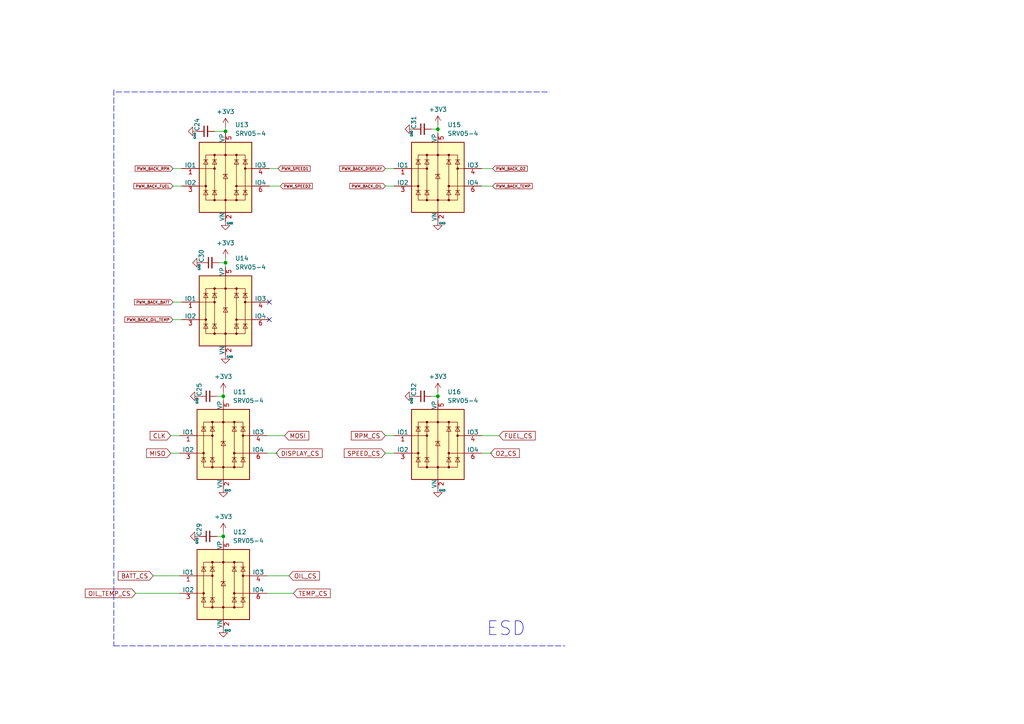
<source format=kicad_sch>
(kicad_sch (version 20211123) (generator eeschema)
  (paper "A4")
  (title_block (title "DashDash Mainboard") (date "2022-07-18") (rev "v2.0.0") (company "Churrosoft"))
  (lib_symbols
    (symbol "Device:C_Small" (pin_numbers hide) (pin_names (offset 0.254) hide)
      (property "Reference" "C" (at 0.254 1.778 0))
      (property "Value" "C_Small" (at 0.254 -2.032 0))
      (symbol "C_Small_0_1"
        (polyline (pts (xy -1.524 -0.508) (xy 1.524 -0.508)) (stroke (width 0.3302)))
        (polyline (pts (xy -1.524 0.508) (xy 1.524 0.508)) (stroke (width 0.3048)))
      )
      (symbol "C_Small_1_1"
        (pin passive line (at 0 2.54 270) (length 2.032) (name "~") (number "1"))
        (pin passive line (at 0 -2.54 90) (length 2.032) (name "~") (number "2"))
      )
    )
    (symbol "Power_Protection:SRV05-4" (pin_names (offset 0))
      (property "Reference" "U" (at -5.08 11.43 0))
      (property "Value" "SRV05-4" (at 2.54 11.43 0))
      (symbol "SRV05-4_0_0"
        (rectangle (start -5.715 6.477) (end 5.715 -6.604))
        (polyline (pts (xy -3.175 -6.604) (xy -3.175 6.477)))
        (polyline (pts (xy 3.175 6.477) (xy 3.175 -6.604)))
      )
      (symbol "SRV05-4_0_1"
        (rectangle (start -7.62 10.16) (end 7.62 -10.16) (stroke (width 0.254)) (fill (type background)))
        (circle (center -5.715 -2.54) (radius 0.2794) (fill (type outline)))
        (circle (center -3.175 -6.604) (radius 0.2794) (fill (type outline)))
        (circle (center -3.175 2.54) (radius 0.2794) (fill (type outline)))
        (circle (center -3.175 6.477) (radius 0.2794) (fill (type outline)))
        (circle (center 0 -6.604) (radius 0.2794) (fill (type outline)))
        (polyline (pts (xy -7.747 2.54) (xy -3.175 2.54)))
        (polyline (pts (xy -7.62 -2.54) (xy -5.715 -2.54)))
        (polyline (pts (xy -5.08 -3.81) (xy -6.35 -3.81)))
        (polyline (pts (xy -5.08 5.08) (xy -6.35 5.08)))
        (polyline (pts (xy -2.54 -3.81) (xy -3.81 -3.81)))
        (polyline (pts (xy -2.54 5.08) (xy -3.81 5.08)))
        (polyline (pts (xy 0 10.16) (xy 0 -10.16)))
        (polyline (pts (xy 3.81 -3.81) (xy 2.54 -3.81)))
        (polyline (pts (xy 3.81 5.08) (xy 2.54 5.08)))
        (polyline (pts (xy 6.35 -3.81) (xy 5.08 -3.81)))
        (polyline (pts (xy 6.35 5.08) (xy 5.08 5.08)))
        (polyline (pts (xy 7.62 -2.54) (xy 3.175 -2.54)))
        (polyline (pts (xy 7.62 2.54) (xy 5.715 2.54)))
        (polyline (pts (xy 0.635 0.889) (xy -0.635 0.889) (xy -0.635 0.635)))
        (polyline (pts (xy -5.08 -5.08) (xy -6.35 -5.08) (xy -5.715 -3.81) (xy -5.08 -5.08)))
        (polyline (pts (xy -5.08 3.81) (xy -6.35 3.81) (xy -5.715 5.08) (xy -5.08 3.81)))
        (polyline (pts (xy -2.54 -5.08) (xy -3.81 -5.08) (xy -3.175 -3.81) (xy -2.54 -5.08)))
        (polyline (pts (xy -2.54 3.81) (xy -3.81 3.81) (xy -3.175 5.08) (xy -2.54 3.81)))
        (polyline (pts (xy 0.635 -0.381) (xy -0.635 -0.381) (xy 0 0.889) (xy 0.635 -0.381)))
        (polyline (pts (xy 3.81 -5.08) (xy 2.54 -5.08) (xy 3.175 -3.81) (xy 3.81 -5.08)))
        (polyline (pts (xy 3.81 3.81) (xy 2.54 3.81) (xy 3.175 5.08) (xy 3.81 3.81)))
        (polyline (pts (xy 6.35 -5.08) (xy 5.08 -5.08) (xy 5.715 -3.81) (xy 6.35 -5.08)))
        (polyline (pts (xy 6.35 3.81) (xy 5.08 3.81) (xy 5.715 5.08) (xy 6.35 3.81)))
        (circle (center 0 6.477) (radius 0.2794) (fill (type outline)))
        (circle (center 3.175 -6.604) (radius 0.2794) (fill (type outline)))
        (circle (center 3.175 -2.54) (radius 0.2794) (fill (type outline)))
        (circle (center 3.175 6.477) (radius 0.2794) (fill (type outline)))
        (circle (center 5.715 2.54) (radius 0.2794) (fill (type outline)))
      )
      (symbol "SRV05-4_1_1"
        (pin passive line (at -12.7 2.54 0) (length 5.08) (name "IO1") (number "1"))
        (pin passive line (at 0 -12.7 90) (length 2.54) (name "VN") (number "2"))
        (pin passive line (at -12.7 -2.54 0) (length 5.08) (name "IO2") (number "3"))
        (pin passive line (at 12.7 2.54 180) (length 5.08) (name "IO3") (number "4"))
        (pin passive line (at 0 12.7 270) (length 2.54) (name "VP") (number "5"))
        (pin passive line (at 12.7 -2.54 180) (length 5.08) (name "IO4") (number "6"))
      )
    )
    (symbol "power:+3V3" (power) (pin_names (offset 0))
      (property "Value" "+3V3" (at 0 3.556 0))
      (symbol "+3V3_0_1"
        (polyline (pts (xy -0.762 1.27) (xy 0 2.54)))
        (polyline (pts (xy 0 0) (xy 0 2.54)))
        (polyline (pts (xy 0 2.54) (xy 0.762 1.27)))
      )
      (symbol "+3V3_1_1"
        (pin power_in line (at 0 0 90) (length 0) hide (name "+3V3") (number "1"))
      )
    )
    (symbol "power:GND" (power) (pin_names (offset 0))
      (property "Value" "GND" (at 0 -3.81 0))
      (symbol "GND_0_1"
        (polyline (pts (xy 0 0) (xy 0 -1.27) (xy 1.27 -1.27) (xy 0 -2.54) (xy -1.27 -1.27) (xy 0 -1.27)))
      )
      (symbol "GND_1_1"
        (pin power_in line (at 0 0 270) (length 0) hide (name "GND") (number "1"))
      )
    )
  )
  (junction (at 65.405 76.2))
  (junction (at 64.77 114.935))
  (junction (at 65.405 38.1))
  (junction (at 127 114.935))
  (junction (at 127 37.465))
  (junction (at 64.77 155.575))
  (no_connect (at 78.105 92.71))
  (no_connect (at 78.105 87.63))
  (polyline (pts (xy 33.02 187.325) (xy 163.83 187.325)))
  (wire (pts (xy 127 113.665) (xy 127 114.935)))
  (wire (pts (xy 111.76 126.365) (xy 114.3 126.365)))
  (wire (pts (xy 49.53 126.365) (xy 52.07 126.365)))
  (wire (pts (xy 64.77 154.305) (xy 64.77 155.575)))
  (wire (pts (xy 65.405 76.2) (xy 65.405 77.47)))
  (wire (pts (xy 125.095 114.935) (xy 127 114.935)))
  (wire (pts (xy 62.865 155.575) (xy 64.77 155.575)))
  (wire (pts (xy 139.7 131.445) (xy 142.875 131.445)))
  (wire (pts (xy 77.47 167.005) (xy 83.82 167.005)))
  (wire (pts (xy 139.7 48.895) (xy 142.875 48.895)))
  (wire (pts (xy 127 37.465) (xy 127 38.735)))
  (wire (pts (xy 64.77 113.665) (xy 64.77 114.935)))
  (wire (pts (xy 50.165 92.71) (xy 52.705 92.71)))
  (wire (pts (xy 64.77 155.575) (xy 64.77 156.845)))
  (wire (pts (xy 139.7 126.365) (xy 144.78 126.365)))
  (polyline (pts (xy 33.02 26.035) (xy 33.02 187.325)))
  (wire (pts (xy 111.76 53.975) (xy 114.3 53.975)))
  (wire (pts (xy 111.76 48.895) (xy 114.3 48.895)))
  (wire (pts (xy 63.5 76.2) (xy 65.405 76.2)))
  (wire (pts (xy 77.47 131.445) (xy 80.645 131.445)))
  (wire (pts (xy 50.165 53.975) (xy 52.705 53.975)))
  (wire (pts (xy 49.53 131.445) (xy 52.07 131.445)))
  (wire (pts (xy 39.37 172.085) (xy 52.07 172.085)))
  (wire (pts (xy 78.105 48.895) (xy 80.645 48.895)))
  (wire (pts (xy 50.165 87.63) (xy 52.705 87.63)))
  (wire (pts (xy 62.23 38.1) (xy 65.405 38.1)))
  (wire (pts (xy 62.865 114.935) (xy 64.77 114.935)))
  (wire (pts (xy 65.405 36.83) (xy 65.405 38.1)))
  (wire (pts (xy 125.095 37.465) (xy 127 37.465)))
  (wire (pts (xy 64.77 114.935) (xy 64.77 116.205)))
  (wire (pts (xy 77.47 126.365) (xy 82.55 126.365)))
  (wire (pts (xy 65.405 74.93) (xy 65.405 76.2)))
  (polyline (pts (xy 33.655 26.67) (xy 159.385 26.67)))
  (wire (pts (xy 127 114.935) (xy 127 116.205)))
  (wire (pts (xy 78.105 53.975) (xy 81.28 53.975)))
  (wire (pts (xy 44.45 167.005) (xy 52.07 167.005)))
  (wire (pts (xy 111.76 131.445) (xy 114.3 131.445)))
  (wire (pts (xy 127 36.195) (xy 127 37.465)))
  (wire (pts (xy 50.165 48.895) (xy 52.705 48.895)))
  (wire (pts (xy 65.405 38.1) (xy 65.405 38.735)))
  (wire (pts (xy 77.47 172.085) (xy 85.09 172.085)))
  (wire (pts (xy 139.7 53.975) (xy 142.875 53.975)))
  (text "ESD" (at 140.97 184.785 0) (effects (font (size 4 4)) (justify left bottom)))
  (global_label "MISO" (shape input) (at 49.53 131.445 180) (property "Referencias entre hojas" "${INTERSHEET_REFS}" (effects hide)))
  (global_label "O2_CS" (shape input) (at 142.24 131.445 0) (property "Referencias entre hojas" "${INTERSHEET_REFS}" (effects hide)))
  (global_label "OIL_CS" (shape input) (at 83.82 167.005 0) (property "Referencias entre hojas" "${INTERSHEET_REFS}" (effects hide)))
  (global_label "PWM_BACK_TEMP" (shape input) (at 142.875 53.975 0) (effects (font (size 0.8 0.8))) (property "Referencias entre hojas" "${INTERSHEET_REFS}" (effects hide)))
  (global_label "CLK" (shape input) (at 49.53 126.365 180) (property "Referencias entre hojas" "${INTERSHEET_REFS}" (effects hide)))
  (global_label "PWM_BACK_DISPLAY" (shape input) (at 111.76 48.895 180) (effects (font (size 0.8 0.8))) (property "Referencias entre hojas" "${INTERSHEET_REFS}" (effects hide)))
  (global_label "PWM_BACK_BATT" (shape input) (at 50.165 87.63 180) (effects (font (size 0.8 0.8))) (property "Referencias entre hojas" "${INTERSHEET_REFS}" (effects hide)))
  (global_label "TEMP_CS" (shape input) (at 85.09 172.085 0) (property "Referencias entre hojas" "${INTERSHEET_REFS}" (effects hide)))
  (global_label "PWM_BACK_OIL_TEMP" (shape input) (at 50.165 92.71 180) (effects (font (size 0.8 0.8))) (property "Referencias entre hojas" "${INTERSHEET_REFS}" (effects hide)))
  (global_label "FUEL_CS" (shape input) (at 144.78 126.365 0) (property "Referencias entre hojas" "${INTERSHEET_REFS}" (effects hide)))
  (global_label "PWM_SPEED2" (shape input) (at 81.28 53.975 0) (effects (font (size 0.8 0.8))) (property "Referencias entre hojas" "${INTERSHEET_REFS}" (effects hide)))
  (global_label "MOSI" (shape input) (at 82.55 126.365 0) (property "Referencias entre hojas" "${INTERSHEET_REFS}" (effects hide)))
  (global_label "PWM_BACK_RPM" (shape input) (at 50.165 48.895 180) (effects (font (size 0.8 0.8))) (property "Referencias entre hojas" "${INTERSHEET_REFS}" (effects hide)))
  (global_label "PWM_BACK_FUEL" (shape input) (at 50.165 53.975 180) (effects (font (size 0.8 0.8))) (property "Referencias entre hojas" "${INTERSHEET_REFS}" (effects hide)))
  (global_label "PWM_SPEED1" (shape input) (at 80.645 48.895 0) (effects (font (size 0.8 0.8))) (property "Referencias entre hojas" "${INTERSHEET_REFS}" (effects hide)))
  (global_label "SPEED_CS" (shape input) (at 111.76 131.445 180) (property "Referencias entre hojas" "${INTERSHEET_REFS}" (effects hide)))
  (global_label "PWM_BACK_OIL" (shape input) (at 111.76 53.975 180) (effects (font (size 0.8 0.8))) (property "Referencias entre hojas" "${INTERSHEET_REFS}" (effects hide)))
  (global_label "DISPLAY_CS" (shape input) (at 80.01 131.445 0) (property "Referencias entre hojas" "${INTERSHEET_REFS}" (effects hide)))
  (global_label "BATT_CS" (shape input) (at 44.45 167.005 180) (property "Referencias entre hojas" "${INTERSHEET_REFS}" (effects hide)))
  (global_label "PWM_BACK_O2" (shape input) (at 142.875 48.895 0) (effects (font (size 0.8 0.8))) (property "Referencias entre hojas" "${INTERSHEET_REFS}" (effects hide)))
  (global_label "OIL_TEMP_CS" (shape input) (at 39.37 172.085 180) (property "Referencias entre hojas" "${INTERSHEET_REFS}" (effects hide)))
  (global_label "RPM_CS" (shape input) (at 111.76 126.365 180) (property "Referencias entre hojas" "${INTERSHEET_REFS}" (effects hide)))
  (symbol (lib_id "power:GND") (at 127 141.605 0) (unit 1)
    (property "Reference" "#PWR083" (effects hide))
    (property "Value" "GND" (at 128.27 142.24 0) (effects (font (size 0.6 0.6))))
  )
  (symbol (lib_id "power:+3V3") (at 127 36.195 0) (unit 1)
    (property "Reference" "#PWR080" (effects hide))
    (property "Value" "+3V3" (at 127 31.75 0))
  )
  (symbol (lib_id "Power_Protection:SRV05-4") (at 127 128.905 0) (unit 1)
    (property "Reference" "U16" (at 129.7687 113.665 0) (effects (justify left)))
    (property "Value" "SRV05-4" (at 129.7687 116.205 0) (effects (justify left)))
    (property "Footprint" "Package_TO_SOT_SMD:SOT-23-6" (effects hide))
    (property "Datasheet" "http://www.onsemi.com/pub/Collateral/SRV05-4-D.PDF" (effects hide))
  )
  (symbol (lib_id "power:GND") (at 65.405 102.87 0) (unit 1)
    (property "Reference" "#PWR076" (effects hide))
    (property "Value" "GND" (at 66.675 103.505 0) (effects (font (size 0.6 0.6))))
  )
  (symbol (lib_id "power:GND") (at 57.15 38.1 270) (unit 1)
    (property "Reference" "#PWR065" (effects hide))
    (property "Value" "GND" (at 56.515 39.37 0) (effects (font (size 0.6 0.6))))
  )
  (symbol (lib_id "power:GND") (at 58.42 76.2 270) (unit 1)
    (property "Reference" "#PWR068" (effects hide))
    (property "Value" "GND" (at 57.785 77.47 0) (effects (font (size 0.6 0.6))))
  )
  (symbol (lib_id "Power_Protection:SRV05-4") (at 65.405 90.17 0) (unit 1)
    (property "Reference" "U14" (at 68.1737 74.93 0) (effects (justify left)))
    (property "Value" "SRV05-4" (at 68.1737 77.47 0) (effects (justify left)))
    (property "Footprint" "Package_TO_SOT_SMD:SOT-23-6" (effects hide))
    (property "Datasheet" "http://www.onsemi.com/pub/Collateral/SRV05-4-D.PDF" (effects hide))
  )
  (symbol (lib_id "Device:C_Small") (at 122.555 114.935 90) (unit 1)
    (property "Reference" "C32" (at 120.015 114.935 0) (effects (justify left)))
    (property "Value" "100nF" (effects hide))
    (property "Footprint" "Capacitor_SMD:C_0603_1608Metric" (effects hide))
  )
  (symbol (lib_id "Device:C_Small") (at 122.555 37.465 90) (unit 1)
    (property "Reference" "C31" (at 120.015 37.465 0) (effects (justify left)))
    (property "Value" "100nF" (effects hide))
    (property "Footprint" "Capacitor_SMD:C_0603_1608Metric" (effects hide))
  )
  (symbol (lib_id "Device:C_Small") (at 60.325 114.935 90) (unit 1)
    (property "Reference" "C25" (at 57.785 114.935 0) (effects (justify left)))
    (property "Value" "100nF" (effects hide))
    (property "Footprint" "Capacitor_SMD:C_0603_1608Metric" (effects hide))
  )
  (symbol (lib_id "power:+3V3") (at 64.77 154.305 0) (unit 1)
    (property "Reference" "#PWR071" (effects hide))
    (property "Value" "+3V3" (at 64.77 149.86 0))
  )
  (symbol (lib_id "Power_Protection:SRV05-4") (at 127 51.435 0) (unit 1)
    (property "Reference" "U15" (at 129.7687 36.195 0) (effects (justify left)))
    (property "Value" "SRV05-4" (at 129.7687 38.735 0) (effects (justify left)))
    (property "Footprint" "Package_TO_SOT_SMD:SOT-23-6" (effects hide))
    (property "Datasheet" "http://www.onsemi.com/pub/Collateral/SRV05-4-D.PDF" (effects hide))
  )
  (symbol (lib_id "power:+3V3") (at 65.405 74.93 0) (unit 1)
    (property "Reference" "#PWR075" (effects hide))
    (property "Value" "+3V3" (at 65.405 70.485 0))
  )
  (symbol (lib_id "power:+3V3") (at 64.77 113.665 0) (unit 1)
    (property "Reference" "#PWR069" (effects hide))
    (property "Value" "+3V3" (at 64.77 109.22 0))
  )
  (symbol (lib_id "power:+3V3") (at 127 113.665 0) (unit 1)
    (property "Reference" "#PWR082" (effects hide))
    (property "Value" "+3V3" (at 127 109.22 0))
  )
  (symbol (lib_id "Device:C_Small") (at 60.325 155.575 90) (unit 1)
    (property "Reference" "C29" (at 57.785 155.575 0) (effects (justify left)))
    (property "Value" "100nF" (effects hide))
    (property "Footprint" "Capacitor_SMD:C_0603_1608Metric" (effects hide))
  )
  (symbol (lib_id "Power_Protection:SRV05-4") (at 64.77 128.905 0) (unit 1)
    (property "Reference" "U11" (at 67.5387 113.665 0) (effects (justify left)))
    (property "Value" "SRV05-4" (at 67.5387 116.205 0) (effects (justify left)))
    (property "Footprint" "Package_TO_SOT_SMD:SOT-23-6" (effects hide))
    (property "Datasheet" "http://www.onsemi.com/pub/Collateral/SRV05-4-D.PDF" (effects hide))
  )
  (symbol (lib_id "Device:C_Small") (at 59.69 38.1 90) (unit 1)
    (property "Reference" "C24" (at 57.15 38.1 0) (effects (justify left)))
    (property "Value" "100nF" (effects hide))
    (property "Footprint" "Capacitor_SMD:C_0603_1608Metric" (effects hide))
  )
  (symbol (lib_id "Power_Protection:SRV05-4") (at 65.405 51.435 0) (unit 1)
    (property "Reference" "U13" (at 68.1737 36.195 0) (effects (justify left)))
    (property "Value" "SRV05-4" (at 68.1737 38.735 0) (effects (justify left)))
    (property "Footprint" "Package_TO_SOT_SMD:SOT-23-6" (effects hide))
    (property "Datasheet" "http://www.onsemi.com/pub/Collateral/SRV05-4-D.PDF" (effects hide))
  )
  (symbol (lib_id "power:GND") (at 120.015 114.935 270) (unit 1)
    (property "Reference" "#PWR078" (effects hide))
    (property "Value" "GND" (at 119.38 116.205 0) (effects (font (size 0.6 0.6))))
  )
  (symbol (lib_id "power:GND") (at 57.785 155.575 270) (unit 1)
    (property "Reference" "#PWR067" (effects hide))
    (property "Value" "GND" (at 57.15 156.845 0) (effects (font (size 0.6 0.6))))
  )
  (symbol (lib_id "Power_Protection:SRV05-4") (at 64.77 169.545 0) (unit 1)
    (property "Reference" "U12" (at 67.5387 154.305 0) (effects (justify left)))
    (property "Value" "SRV05-4" (at 67.5387 156.845 0) (effects (justify left)))
    (property "Footprint" "Package_TO_SOT_SMD:SOT-23-6" (effects hide))
    (property "Datasheet" "http://www.onsemi.com/pub/Collateral/SRV05-4-D.PDF" (effects hide))
  )
  (symbol (lib_id "power:GND") (at 64.77 182.245 0) (unit 1)
    (property "Reference" "#PWR072" (effects hide))
    (property "Value" "GND" (at 66.04 182.88 0) (effects (font (size 0.6 0.6))))
  )
  (symbol (lib_id "power:GND") (at 65.405 64.135 0) (unit 1)
    (property "Reference" "#PWR074" (effects hide))
    (property "Value" "GND" (at 66.675 64.77 0) (effects (font (size 0.6 0.6))))
  )
  (symbol (lib_id "power:GND") (at 64.77 141.605 0) (unit 1)
    (property "Reference" "#PWR070" (effects hide))
    (property "Value" "GND" (at 66.04 142.24 0) (effects (font (size 0.6 0.6))))
  )
  (symbol (lib_id "power:+3V3") (at 65.405 36.83 0) (unit 1)
    (property "Reference" "#PWR073" (effects hide))
    (property "Value" "+3V3" (at 65.405 32.385 0))
  )
  (symbol (lib_id "power:GND") (at 57.785 114.935 270) (unit 1)
    (property "Reference" "#PWR066" (effects hide))
    (property "Value" "GND" (at 57.15 116.205 0) (effects (font (size 0.6 0.6))))
  )
  (symbol (lib_id "power:GND") (at 127 64.135 0) (unit 1)
    (property "Reference" "#PWR081" (effects hide))
    (property "Value" "GND" (at 128.27 64.77 0) (effects (font (size 0.6 0.6))))
  )
  (symbol (lib_id "power:GND") (at 120.015 37.465 270) (unit 1)
    (property "Reference" "#PWR077" (effects hide))
    (property "Value" "GND" (at 119.38 38.735 0) (effects (font (size 0.6 0.6))))
  )
  (symbol (lib_id "Device:C_Small") (at 60.96 76.2 90) (unit 1)
    (property "Reference" "C30" (at 58.42 76.2 0) (effects (justify left)))
    (property "Value" "100nF" (effects hide))
    (property "Footprint" "Capacitor_SMD:C_0603_1608Metric" (effects hide))
  )
)
</source>
